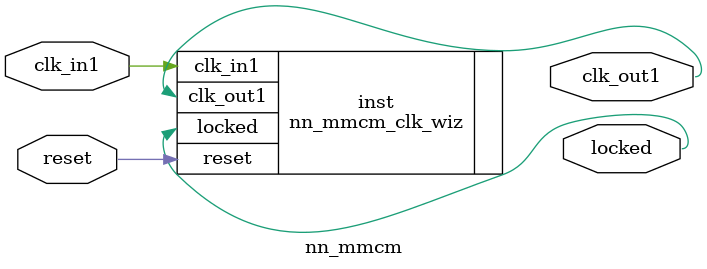
<source format=v>


`timescale 1ps/1ps

(* CORE_GENERATION_INFO = "nn_mmcm,clk_wiz_v6_0_5_0_0,{component_name=nn_mmcm,use_phase_alignment=true,use_min_o_jitter=false,use_max_i_jitter=false,use_dyn_phase_shift=false,use_inclk_switchover=false,use_dyn_reconfig=false,enable_axi=0,feedback_source=FDBK_AUTO,PRIMITIVE=MMCM,num_out_clk=1,clkin1_period=25.000,clkin2_period=10.0,use_power_down=false,use_reset=true,use_locked=true,use_inclk_stopped=false,feedback_type=SINGLE,CLOCK_MGR_TYPE=NA,manual_override=false}" *)

module nn_mmcm 
 (
  // Clock out ports
  output        clk_out1,
  // Status and control signals
  input         reset,
  output        locked,
 // Clock in ports
  input         clk_in1
 );

  nn_mmcm_clk_wiz inst
  (
  // Clock out ports  
  .clk_out1(clk_out1),
  // Status and control signals               
  .reset(reset), 
  .locked(locked),
 // Clock in ports
  .clk_in1(clk_in1)
  );

endmodule

</source>
